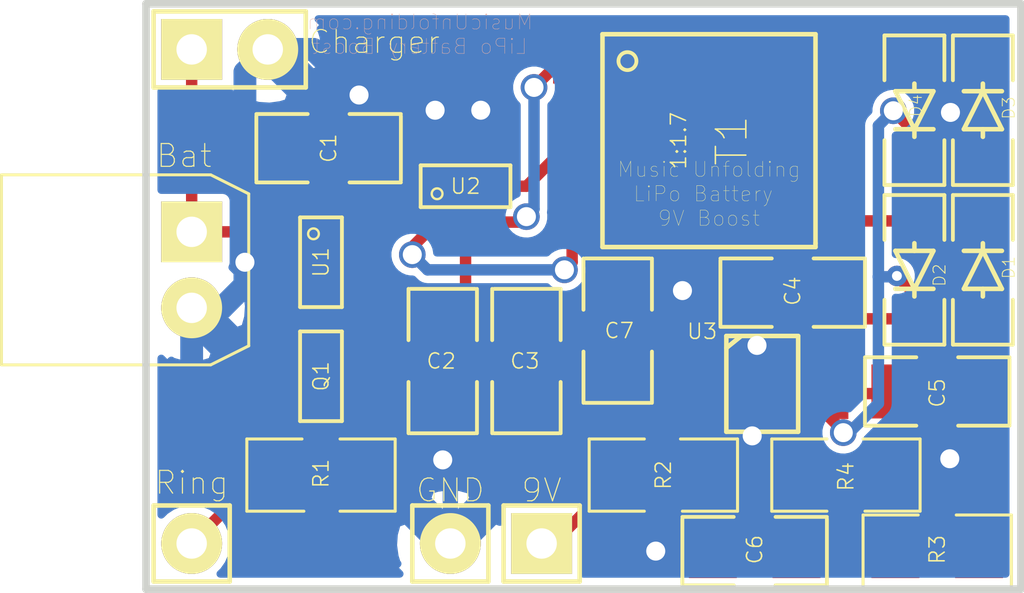
<source format=kicad_pcb>
(kicad_pcb (version 4) (host pcbnew 4.0.4-stable)

  (general
    (links 46)
    (no_connects 0)
    (area 12.401549 17.652999 46.912784 38.03396)
    (thickness 1.6002)
    (drawings 6)
    (tracks 198)
    (zones 0)
    (modules 25)
    (nets 16)
  )

  (page A4)
  (title_block
    (date "29 aug 2014")
  )

  (layers
    (0 Front signal)
    (31 Back signal hide)
    (32 B.Adhes user)
    (33 F.Adhes user)
    (34 B.Paste user)
    (35 F.Paste user)
    (36 B.SilkS user)
    (37 F.SilkS user)
    (38 B.Mask user)
    (39 F.Mask user)
    (40 Dwgs.User user)
    (41 Cmts.User user)
    (42 Eco1.User user)
    (43 Eco2.User user)
    (44 Edge.Cuts user)
  )

  (setup
    (last_trace_width 0.2032)
    (user_trace_width 0.254)
    (user_trace_width 0.381)
    (user_trace_width 0.508)
    (user_trace_width 0.762)
    (trace_clearance 0.24892)
    (zone_clearance 0.254)
    (zone_45_only no)
    (trace_min 0.2032)
    (segment_width 0.254)
    (edge_width 0.254)
    (via_size 0.889)
    (via_drill 0.635)
    (via_min_size 0.6858)
    (via_min_drill 0.3302)
    (user_via 0.6858 0.3302)
    (uvia_size 0.508)
    (uvia_drill 0.127)
    (uvias_allowed no)
    (uvia_min_size 0.508)
    (uvia_min_drill 0.127)
    (pcb_text_width 0.3048)
    (pcb_text_size 1.524 2.032)
    (mod_edge_width 0.127)
    (mod_text_size 1.524 1.524)
    (mod_text_width 0.3048)
    (pad_size 0.39878 1.5494)
    (pad_drill 0)
    (pad_to_mask_clearance 0.00762)
    (aux_axis_origin 0 0)
    (visible_elements FFFFFF7F)
    (pcbplotparams
      (layerselection 0x00030_80000001)
      (usegerberextensions true)
      (excludeedgelayer true)
      (linewidth 0.150000)
      (plotframeref false)
      (viasonmask false)
      (mode 1)
      (useauxorigin false)
      (hpglpennumber 1)
      (hpglpenspeed 20)
      (hpglpendiameter 15)
      (hpglpenoverlay 0)
      (psnegative false)
      (psa4output false)
      (plotreference true)
      (plotvalue true)
      (plotinvisibletext false)
      (padsonsilk false)
      (subtractmaskfromsilk false)
      (outputformat 1)
      (mirror false)
      (drillshape 1)
      (scaleselection 1)
      (outputdirectory Gerbers/))
  )

  (net 0 "")
  (net 1 /Bat+)
  (net 2 GND)
  (net 3 N-000002)
  (net 4 N-000004)
  (net 5 N-000005)
  (net 6 N-000006)
  (net 7 N-000009)
  (net 8 N-000010)
  (net 9 N-000011)
  (net 10 N-000012)
  (net 11 N-000013)
  (net 12 N-000014)
  (net 13 N-000015)
  (net 14 N-000017)
  (net 15 N-000018)

  (net_class Default "This is the default net class."
    (clearance 0.24892)
    (trace_width 0.2032)
    (via_dia 0.889)
    (via_drill 0.635)
    (uvia_dia 0.508)
    (uvia_drill 0.127)
    (add_net /Bat+)
    (add_net GND)
    (add_net N-000002)
    (add_net N-000004)
    (add_net N-000005)
    (add_net N-000006)
    (add_net N-000009)
    (add_net N-000010)
    (add_net N-000011)
    (add_net N-000012)
    (add_net N-000013)
    (add_net N-000014)
    (add_net N-000015)
    (add_net N-000017)
    (add_net N-000018)
  )

  (module SOT-23-5 (layer Front) (tedit 537AC0AD) (tstamp 537B29AD)
    (at 23.368 26.416 270)
    (descr SOT23-5)
    (tags "SOT-23-5,5 lead, SOT-23")
    (path /537AA08D)
    (fp_text reference U1 (at 0 0 270) (layer F.SilkS)
      (effects (font (size 0.508 0.508) (thickness 0.0508)))
    )
    (fp_text value LP5907 (at 0 0.508 270) (layer F.SilkS) hide
      (effects (font (size 0.381 0.381) (thickness 0.0508)))
    )
    (fp_circle (center -0.94996 0.25146) (end -0.8001 0.1524) (layer F.SilkS) (width 0.07874))
    (fp_line (start -1.4986 -0.6985) (end 1.4986 -0.6985) (layer F.SilkS) (width 0.127))
    (fp_line (start 1.4986 -0.6985) (end 1.4986 0.6985) (layer F.SilkS) (width 0.127))
    (fp_line (start 1.4986 0.6985) (end -1.4986 0.6985) (layer F.SilkS) (width 0.127))
    (fp_line (start -1.4986 0.6985) (end -1.4986 -0.6985) (layer F.SilkS) (width 0.127))
    (pad 1 smd rect (at -0.94996 1.19888 270) (size 0.59944 1.24968) (layers Front F.Paste F.Mask)
      (net 1 /Bat+))
    (pad 4 smd rect (at 0.94996 -1.19888 270) (size 0.59944 1.24968) (layers Front F.Paste F.Mask))
    (pad 3 smd rect (at 0.94996 1.19888 270) (size 0.59944 1.24968) (layers Front F.Paste F.Mask)
      (net 8 N-000010))
    (pad 2 smd rect (at 0 1.19888 270) (size 0.59944 1.24968) (layers Front F.Paste F.Mask)
      (net 2 GND))
    (pad 5 smd rect (at -0.94996 -1.19888 270) (size 0.59944 1.24968) (layers Front F.Paste F.Mask)
      (net 13 N-000015))
    (model smd/smd_transistors/sot23.wrl
      (at (xyz 0 0 0))
      (scale (xyz 1 1 1))
      (rotate (xyz 0 0 0))
    )
  )

  (module PMBT2907 (layer Front) (tedit 537AC608) (tstamp 537B29AF)
    (at 23.368 30.226 90)
    (descr SOT23)
    (tags PMBT2907,PMBT2907A)
    (path /537AA1E1)
    (fp_text reference Q1 (at 0 0 90) (layer F.SilkS)
      (effects (font (size 0.508 0.508) (thickness 0.0508)))
    )
    (fp_text value 2N2907 (at 0 0.508 90) (layer F.SilkS) hide
      (effects (font (size 0.381 0.381) (thickness 0.0508)))
    )
    (fp_line (start -1.4986 -0.6985) (end 1.4986 -0.6985) (layer F.SilkS) (width 0.127))
    (fp_line (start 1.4986 -0.6985) (end 1.4986 0.6985) (layer F.SilkS) (width 0.127))
    (fp_line (start 1.4986 0.6985) (end -1.4986 0.6985) (layer F.SilkS) (width 0.127))
    (fp_line (start -1.4986 0.6985) (end -1.4986 -0.6985) (layer F.SilkS) (width 0.127))
    (pad 2 smd rect (at -0.9525 1.05664 90) (size 0.59944 1.00076) (layers Front F.Paste F.Mask)
      (net 9 N-000011))
    (pad 3 smd rect (at 0 -1.05664 90) (size 0.59944 1.00076) (layers Front F.Paste F.Mask)
      (net 8 N-000010))
    (pad 1 smd rect (at 0.9525 1.05664 90) (size 0.59944 1.00076) (layers Front F.Paste F.Mask)
      (net 1 /Bat+))
    (model smd/smd_transistors/sot23.wrl
      (at (xyz 0 0 0))
      (scale (xyz 1 1 1))
      (rotate (xyz 0 0 0))
    )
  )

  (module Conn_JST_2 (layer Front) (tedit 53E52BF6) (tstamp 537B29B1)
    (at 15.24 26.67 270)
    (descr "JST Connectorm 2 Pin")
    (tags JST,Connector,2,pin)
    (path /537A58F4)
    (fp_text reference P3 (at 0 0 270) (layer F.SilkS) hide
      (effects (font (size 1.016 1.016) (thickness 0.1016)))
    )
    (fp_text value Bat (at -3.81 -3.556 360) (layer F.SilkS)
      (effects (font (size 0.762 0.762) (thickness 0.0381)))
    )
    (fp_line (start 3.175 -4.445) (end 3.175 2.54) (layer F.SilkS) (width 0.09906))
    (fp_line (start -3.175 -4.445) (end -3.175 2.54) (layer F.SilkS) (width 0.09906))
    (fp_line (start -3.175 2.54) (end 3.175 2.54) (layer F.SilkS) (width 0.09906))
    (fp_line (start -2.54 -5.715) (end 2.54 -5.715) (layer F.SilkS) (width 0.09906))
    (fp_line (start 3.175 -4.445) (end 2.54 -5.715) (layer F.SilkS) (width 0.09906))
    (fp_line (start -3.175 -4.445) (end -2.54 -5.715) (layer F.SilkS) (width 0.09906))
    (pad 1 thru_hole rect (at -1.27 -3.81 270) (size 2.032 2.032) (drill 1.016) (layers *.Cu *.Mask F.SilkS)
      (net 1 /Bat+))
    (pad 2 thru_hole circle (at 1.27 -3.81 270) (size 2.032 2.032) (drill 1.016) (layers *.Cu *.Mask F.SilkS)
      (net 2 GND))
  )

  (module Conn_1 (layer Front) (tedit 53E52A22) (tstamp 537B29B6)
    (at 30.734 35.814)
    (descr "Connector 1 pin")
    (tags Connector,1,pin)
    (path /537A98E5)
    (fp_text reference P4 (at 0 1.016) (layer F.SilkS) hide
      (effects (font (size 0.762 0.762) (thickness 0.0508)))
    )
    (fp_text value 9V (at 0 -1.778) (layer F.SilkS)
      (effects (font (size 0.762 0.762) (thickness 0.0381)))
    )
    (fp_line (start 1.27 -1.27) (end -1.27 -1.27) (layer F.SilkS) (width 0.1524))
    (fp_line (start -1.27 -1.27) (end -1.27 1.27) (layer F.SilkS) (width 0.1524))
    (fp_line (start -1.27 1.27) (end 1.27 1.27) (layer F.SilkS) (width 0.1524))
    (fp_line (start 1.27 1.27) (end 1.27 -1.27) (layer F.SilkS) (width 0.1524))
    (pad 1 thru_hole rect (at 0 0) (size 2.032 2.032) (drill 1.016) (layers *.Cu *.Mask F.SilkS)
      (net 14 N-000017))
  )

  (module R_1206 (layer Front) (tedit 53919B83) (tstamp 537B29AE)
    (at 23.368 33.528)
    (descr "SMD, Resistor, 1206")
    (path /537AA342)
    (fp_text reference R1 (at 0 -0.0508 90) (layer F.SilkS)
      (effects (font (size 0.508 0.508) (thickness 0.0508)))
    )
    (fp_text value 10k (at 0 1.50114) (layer F.SilkS) hide
      (effects (font (size 0.254 0.254) (thickness 0.0254)))
    )
    (fp_line (start 2.4765 -1.2065) (end 2.4765 1.2065) (layer F.SilkS) (width 0.1016))
    (fp_line (start 2.4765 1.2065) (end 0.635 1.2065) (layer F.SilkS) (width 0.1016))
    (fp_line (start -2.4765 1.2065) (end -0.5715 1.2065) (layer F.SilkS) (width 0.1016))
    (fp_line (start -2.4765 -1.2065) (end -0.635 -1.2065) (layer F.SilkS) (width 0.1016))
    (fp_line (start 2.4765 -1.2065) (end 0.635 -1.2065) (layer F.SilkS) (width 0.1016))
    (fp_line (start -2.4765 -1.2065) (end -2.4765 1.2065) (layer F.SilkS) (width 0.1016))
    (pad 1 smd rect (at 1.397 0) (size 1.6002 1.8034) (layers Front F.Paste F.Mask)
      (net 9 N-000011))
    (pad 2 smd rect (at -1.397 0) (size 1.6002 1.8034) (layers Front F.Paste F.Mask)
      (net 10 N-000012))
    (model smd/capacitors/c_1206.wrl
      (at (xyz 0 0 0))
      (scale (xyz 1 1 1))
      (rotate (xyz 0 0 0))
    )
  )

  (module C_1206 (layer Front) (tedit 53E4FF72) (tstamp 537B29B8)
    (at 23.622 22.606 180)
    (descr "SMD, Capacitor, 1206")
    (path /537AA42A)
    (fp_text reference C1 (at 0 0 270) (layer F.SilkS)
      (effects (font (size 0.508 0.508) (thickness 0.0508)))
    )
    (fp_text value 10µ (at 0 1.50114 180) (layer F.SilkS) hide
      (effects (font (size 0.254 0.254) (thickness 0.0254)))
    )
    (fp_line (start -0.6985 -1.143) (end -2.413 -1.143) (layer F.SilkS) (width 0.127))
    (fp_line (start -2.413 -1.0795) (end -2.413 1.0795) (layer F.SilkS) (width 0.127))
    (fp_line (start -2.413 1.143) (end -0.6985 1.143) (layer F.SilkS) (width 0.127))
    (fp_line (start 0.6985 -1.143) (end 2.413 -1.143) (layer F.SilkS) (width 0.127))
    (fp_line (start 2.413 -1.0795) (end 2.413 1.0795) (layer F.SilkS) (width 0.127))
    (fp_line (start 2.413 1.143) (end 0.6985 1.143) (layer F.SilkS) (width 0.127))
    (pad 1 smd rect (at 1.397 0 180) (size 1.6002 1.8034) (layers Front F.Paste F.Mask)
      (net 1 /Bat+))
    (pad 2 smd rect (at -1.397 0 180) (size 1.6002 1.8034) (layers Front F.Paste F.Mask)
      (net 2 GND))
    (model smd/capacitors/c_1206.wrl
      (at (xyz 0 0 0))
      (scale (xyz 1 1 1))
      (rotate (xyz 0 0 0))
    )
  )

  (module C_1206 (layer Front) (tedit 537AC487) (tstamp 537B29BA)
    (at 27.432 29.718 90)
    (descr "SMD, Capacitor, 1206")
    (path /537AA41A)
    (fp_text reference C2 (at 0 -0.0508 180) (layer F.SilkS)
      (effects (font (size 0.508 0.508) (thickness 0.0508)))
    )
    (fp_text value 10µ (at 0 1.50114 90) (layer F.SilkS) hide
      (effects (font (size 0.254 0.254) (thickness 0.0254)))
    )
    (fp_line (start -0.6985 -1.143) (end -2.413 -1.143) (layer F.SilkS) (width 0.127))
    (fp_line (start -2.413 -1.0795) (end -2.413 1.0795) (layer F.SilkS) (width 0.127))
    (fp_line (start -2.413 1.143) (end -0.6985 1.143) (layer F.SilkS) (width 0.127))
    (fp_line (start 0.6985 -1.143) (end 2.413 -1.143) (layer F.SilkS) (width 0.127))
    (fp_line (start 2.413 -1.0795) (end 2.413 1.0795) (layer F.SilkS) (width 0.127))
    (fp_line (start 2.413 1.143) (end 0.6985 1.143) (layer F.SilkS) (width 0.127))
    (pad 1 smd rect (at 1.397 0 90) (size 1.6002 1.8034) (layers Front F.Paste F.Mask)
      (net 13 N-000015))
    (pad 2 smd rect (at -1.397 0 90) (size 1.6002 1.8034) (layers Front F.Paste F.Mask)
      (net 2 GND))
    (model smd/capacitors/c_1206.wrl
      (at (xyz 0 0 0))
      (scale (xyz 1 1 1))
      (rotate (xyz 0 0 0))
    )
  )

  (module C_1206 (layer Front) (tedit 537AC487) (tstamp 53AACE4B)
    (at 39.116 27.432)
    (descr "SMD, Capacitor, 1206")
    (path /53E2D72C)
    (fp_text reference C4 (at 0 -0.0508 90) (layer F.SilkS)
      (effects (font (size 0.508 0.508) (thickness 0.0508)))
    )
    (fp_text value 10µ (at 0 1.50114) (layer F.SilkS) hide
      (effects (font (size 0.254 0.254) (thickness 0.0254)))
    )
    (fp_line (start -0.6985 -1.143) (end -2.413 -1.143) (layer F.SilkS) (width 0.127))
    (fp_line (start -2.413 -1.0795) (end -2.413 1.0795) (layer F.SilkS) (width 0.127))
    (fp_line (start -2.413 1.143) (end -0.6985 1.143) (layer F.SilkS) (width 0.127))
    (fp_line (start 0.6985 -1.143) (end 2.413 -1.143) (layer F.SilkS) (width 0.127))
    (fp_line (start 2.413 -1.0795) (end 2.413 1.0795) (layer F.SilkS) (width 0.127))
    (fp_line (start 2.413 1.143) (end 0.6985 1.143) (layer F.SilkS) (width 0.127))
    (pad 1 smd rect (at 1.397 0) (size 1.6002 1.8034) (layers Front F.Paste F.Mask)
      (net 4 N-000004))
    (pad 2 smd rect (at -1.397 0) (size 1.6002 1.8034) (layers Front F.Paste F.Mask)
      (net 2 GND))
    (model smd/capacitors/c_1206.wrl
      (at (xyz 0 0 0))
      (scale (xyz 1 1 1))
      (rotate (xyz 0 0 0))
    )
  )

  (module C_1206 (layer Front) (tedit 537AC487) (tstamp 537B29B7)
    (at 30.226 29.718 90)
    (descr "SMD, Capacitor, 1206")
    (path /53E2C697)
    (fp_text reference C3 (at 0 -0.0508 180) (layer F.SilkS)
      (effects (font (size 0.508 0.508) (thickness 0.0508)))
    )
    (fp_text value 100n (at 0 1.50114 90) (layer F.SilkS) hide
      (effects (font (size 0.254 0.254) (thickness 0.0254)))
    )
    (fp_line (start -0.6985 -1.143) (end -2.413 -1.143) (layer F.SilkS) (width 0.127))
    (fp_line (start -2.413 -1.0795) (end -2.413 1.0795) (layer F.SilkS) (width 0.127))
    (fp_line (start -2.413 1.143) (end -0.6985 1.143) (layer F.SilkS) (width 0.127))
    (fp_line (start 0.6985 -1.143) (end 2.413 -1.143) (layer F.SilkS) (width 0.127))
    (fp_line (start 2.413 -1.0795) (end 2.413 1.0795) (layer F.SilkS) (width 0.127))
    (fp_line (start 2.413 1.143) (end 0.6985 1.143) (layer F.SilkS) (width 0.127))
    (pad 1 smd rect (at 1.397 0 90) (size 1.6002 1.8034) (layers Front F.Paste F.Mask)
      (net 13 N-000015))
    (pad 2 smd rect (at -1.397 0 90) (size 1.6002 1.8034) (layers Front F.Paste F.Mask)
      (net 2 GND))
    (model smd/capacitors/c_1206.wrl
      (at (xyz 0 0 0))
      (scale (xyz 1 1 1))
      (rotate (xyz 0 0 0))
    )
  )

  (module SMD_6 (layer Front) (tedit 53E52C5E) (tstamp 53E4DBD1)
    (at 36.322 22.352 270)
    (descr WE_Transformer)
    (tags SMD_6,WE,Transformer,6,pin)
    (path /53E2C67C)
    (fp_text reference T1 (at 0 -0.762 270) (layer F.SilkS)
      (effects (font (size 1.016 1.016) (thickness 0.0508)))
    )
    (fp_text value 1:1.7 (at 0 1.016 270) (layer F.SilkS)
      (effects (font (size 0.508 0.508) (thickness 0.0508)))
    )
    (fp_line (start 3.429 -3.556) (end 3.556 -3.556) (layer F.SilkS) (width 0.1524))
    (fp_line (start 3.556 -3.556) (end 3.556 3.556) (layer F.SilkS) (width 0.1524))
    (fp_line (start 3.556 3.556) (end -3.556 3.556) (layer F.SilkS) (width 0.1524))
    (fp_line (start 3.429 -3.556) (end -3.556 -3.556) (layer F.SilkS) (width 0.1524))
    (fp_line (start -3.556 -3.556) (end -3.556 3.556) (layer F.SilkS) (width 0.1524))
    (fp_circle (center -2.65684 2.72288) (end -2.35712 2.72288) (layer F.SilkS) (width 0.127))
    (pad 1 smd rect (at -2.54 4.56946 270) (size 1.27 1.27) (layers Front F.Paste F.Mask)
      (net 11 N-000013))
    (pad 2 smd rect (at 0 4.56946 270) (size 1.27 1.27) (layers Front F.Paste F.Mask)
      (net 13 N-000015))
    (pad 3 smd rect (at 2.54 4.56946 270) (size 1.27 1.27) (layers Front F.Paste F.Mask)
      (net 12 N-000014))
    (pad 4 smd rect (at 2.54 -4.56946 270) (size 1.27 1.27) (layers Front F.Paste F.Mask)
      (net 6 N-000006))
    (pad 5 smd rect (at 0 -4.56946 270) (size 1.27 1.27) (layers Front F.Paste F.Mask))
    (pad 6 smd rect (at -2.54 -4.56946 270) (size 1.27 1.27) (layers Front F.Paste F.Mask)
      (net 5 N-000005))
    (model smd/smd_dil/so-14.wrl
      (at (xyz 0 0 0))
      (scale (xyz 1 1 1))
      (rotate (xyz 0 0 0))
    )
  )

  (module R_1206 (layer Front) (tedit 53E511F6) (tstamp 53E4DBD2)
    (at 34.798 33.528 180)
    (descr "SMD, Resistor, 1206")
    (path /53E2D805)
    (fp_text reference R2 (at 0 0 270) (layer F.SilkS)
      (effects (font (size 0.508 0.508) (thickness 0.0508)))
    )
    (fp_text value 100k (at 0 1.50114 180) (layer F.SilkS) hide
      (effects (font (size 0.254 0.254) (thickness 0.0254)))
    )
    (fp_line (start 2.4765 -1.2065) (end 2.4765 1.2065) (layer F.SilkS) (width 0.1016))
    (fp_line (start 2.4765 1.2065) (end 0.635 1.2065) (layer F.SilkS) (width 0.1016))
    (fp_line (start -2.4765 1.2065) (end -0.5715 1.2065) (layer F.SilkS) (width 0.1016))
    (fp_line (start -2.4765 -1.2065) (end -0.635 -1.2065) (layer F.SilkS) (width 0.1016))
    (fp_line (start 2.4765 -1.2065) (end 0.635 -1.2065) (layer F.SilkS) (width 0.1016))
    (fp_line (start -2.4765 -1.2065) (end -2.4765 1.2065) (layer F.SilkS) (width 0.1016))
    (pad 1 smd rect (at 1.397 0 180) (size 1.6002 1.8034) (layers Front F.Paste F.Mask)
      (net 14 N-000017))
    (pad 2 smd rect (at -1.397 0 180) (size 1.6002 1.8034) (layers Front F.Paste F.Mask)
      (net 15 N-000018))
    (model smd/capacitors/c_1206.wrl
      (at (xyz 0 0 0))
      (scale (xyz 1 1 1))
      (rotate (xyz 0 0 0))
    )
  )

  (module R_1206 (layer Front) (tedit 53919B83) (tstamp 53E4DBD4)
    (at 43.942 36.068)
    (descr "SMD, Resistor, 1206")
    (path /53E2D827)
    (fp_text reference R3 (at 0 -0.0508 90) (layer F.SilkS)
      (effects (font (size 0.508 0.508) (thickness 0.0508)))
    )
    (fp_text value 4.7k (at 0 1.50114) (layer F.SilkS) hide
      (effects (font (size 0.254 0.254) (thickness 0.0254)))
    )
    (fp_line (start 2.4765 -1.2065) (end 2.4765 1.2065) (layer F.SilkS) (width 0.1016))
    (fp_line (start 2.4765 1.2065) (end 0.635 1.2065) (layer F.SilkS) (width 0.1016))
    (fp_line (start -2.4765 1.2065) (end -0.5715 1.2065) (layer F.SilkS) (width 0.1016))
    (fp_line (start -2.4765 -1.2065) (end -0.635 -1.2065) (layer F.SilkS) (width 0.1016))
    (fp_line (start 2.4765 -1.2065) (end 0.635 -1.2065) (layer F.SilkS) (width 0.1016))
    (fp_line (start -2.4765 -1.2065) (end -2.4765 1.2065) (layer F.SilkS) (width 0.1016))
    (pad 1 smd rect (at 1.397 0) (size 1.6002 1.8034) (layers Front F.Paste F.Mask)
      (net 2 GND))
    (pad 2 smd rect (at -1.397 0) (size 1.6002 1.8034) (layers Front F.Paste F.Mask)
      (net 7 N-000009))
    (model smd/capacitors/c_1206.wrl
      (at (xyz 0 0 0))
      (scale (xyz 1 1 1))
      (rotate (xyz 0 0 0))
    )
  )

  (module R_1206 (layer Front) (tedit 53919B83) (tstamp 53E4DBD6)
    (at 40.894 33.528 180)
    (descr "SMD, Resistor, 1206")
    (path /53E2D821)
    (fp_text reference R4 (at 0 -0.0508 270) (layer F.SilkS)
      (effects (font (size 0.508 0.508) (thickness 0.0508)))
    )
    (fp_text value 10k (at 0 1.50114 180) (layer F.SilkS) hide
      (effects (font (size 0.254 0.254) (thickness 0.0254)))
    )
    (fp_line (start 2.4765 -1.2065) (end 2.4765 1.2065) (layer F.SilkS) (width 0.1016))
    (fp_line (start 2.4765 1.2065) (end 0.635 1.2065) (layer F.SilkS) (width 0.1016))
    (fp_line (start -2.4765 1.2065) (end -0.5715 1.2065) (layer F.SilkS) (width 0.1016))
    (fp_line (start -2.4765 -1.2065) (end -0.635 -1.2065) (layer F.SilkS) (width 0.1016))
    (fp_line (start 2.4765 -1.2065) (end 0.635 -1.2065) (layer F.SilkS) (width 0.1016))
    (fp_line (start -2.4765 -1.2065) (end -2.4765 1.2065) (layer F.SilkS) (width 0.1016))
    (pad 1 smd rect (at 1.397 0 180) (size 1.6002 1.8034) (layers Front F.Paste F.Mask)
      (net 15 N-000018))
    (pad 2 smd rect (at -1.397 0 180) (size 1.6002 1.8034) (layers Front F.Paste F.Mask)
      (net 7 N-000009))
    (model smd/capacitors/c_1206.wrl
      (at (xyz 0 0 0))
      (scale (xyz 1 1 1))
      (rotate (xyz 0 0 0))
    )
  )

  (module C_1206 (layer Front) (tedit 537AC487) (tstamp 53E4DBDF)
    (at 43.942 30.734 180)
    (descr "SMD, Capacitor, 1206")
    (path /53E2D79E)
    (fp_text reference C5 (at 0 -0.0508 270) (layer F.SilkS)
      (effects (font (size 0.508 0.508) (thickness 0.0508)))
    )
    (fp_text value 10n (at 0 1.50114 180) (layer F.SilkS) hide
      (effects (font (size 0.254 0.254) (thickness 0.0254)))
    )
    (fp_line (start -0.6985 -1.143) (end -2.413 -1.143) (layer F.SilkS) (width 0.127))
    (fp_line (start -2.413 -1.0795) (end -2.413 1.0795) (layer F.SilkS) (width 0.127))
    (fp_line (start -2.413 1.143) (end -0.6985 1.143) (layer F.SilkS) (width 0.127))
    (fp_line (start 0.6985 -1.143) (end 2.413 -1.143) (layer F.SilkS) (width 0.127))
    (fp_line (start 2.413 -1.0795) (end 2.413 1.0795) (layer F.SilkS) (width 0.127))
    (fp_line (start 2.413 1.143) (end 0.6985 1.143) (layer F.SilkS) (width 0.127))
    (pad 1 smd rect (at 1.397 0 180) (size 1.6002 1.8034) (layers Front F.Paste F.Mask)
      (net 3 N-000002))
    (pad 2 smd rect (at -1.397 0 180) (size 1.6002 1.8034) (layers Front F.Paste F.Mask)
      (net 2 GND))
    (model smd/capacitors/c_1206.wrl
      (at (xyz 0 0 0))
      (scale (xyz 1 1 1))
      (rotate (xyz 0 0 0))
    )
  )

  (module C_1206 (layer Front) (tedit 537AC487) (tstamp 53E4DBE1)
    (at 37.846 36.068)
    (descr "SMD, Capacitor, 1206")
    (path /53E2D86F)
    (fp_text reference C6 (at 0 -0.0508 90) (layer F.SilkS)
      (effects (font (size 0.508 0.508) (thickness 0.0508)))
    )
    (fp_text value 10n (at 0 1.50114) (layer F.SilkS) hide
      (effects (font (size 0.254 0.254) (thickness 0.0254)))
    )
    (fp_line (start -0.6985 -1.143) (end -2.413 -1.143) (layer F.SilkS) (width 0.127))
    (fp_line (start -2.413 -1.0795) (end -2.413 1.0795) (layer F.SilkS) (width 0.127))
    (fp_line (start -2.413 1.143) (end -0.6985 1.143) (layer F.SilkS) (width 0.127))
    (fp_line (start 0.6985 -1.143) (end 2.413 -1.143) (layer F.SilkS) (width 0.127))
    (fp_line (start 2.413 -1.0795) (end 2.413 1.0795) (layer F.SilkS) (width 0.127))
    (fp_line (start 2.413 1.143) (end 0.6985 1.143) (layer F.SilkS) (width 0.127))
    (pad 1 smd rect (at 1.397 0) (size 1.6002 1.8034) (layers Front F.Paste F.Mask)
      (net 15 N-000018))
    (pad 2 smd rect (at -1.397 0) (size 1.6002 1.8034) (layers Front F.Paste F.Mask)
      (net 2 GND))
    (model smd/capacitors/c_1206.wrl
      (at (xyz 0 0 0))
      (scale (xyz 1 1 1))
      (rotate (xyz 0 0 0))
    )
  )

  (module C_1206 (layer Front) (tedit 537AC487) (tstamp 53E4DBE3)
    (at 33.274 28.702 270)
    (descr "SMD, Capacitor, 1206")
    (path /53E2D909)
    (fp_text reference C7 (at 0 -0.0508 360) (layer F.SilkS)
      (effects (font (size 0.508 0.508) (thickness 0.0508)))
    )
    (fp_text value 22µ (at 0 1.50114 270) (layer F.SilkS) hide
      (effects (font (size 0.254 0.254) (thickness 0.0254)))
    )
    (fp_line (start -0.6985 -1.143) (end -2.413 -1.143) (layer F.SilkS) (width 0.127))
    (fp_line (start -2.413 -1.0795) (end -2.413 1.0795) (layer F.SilkS) (width 0.127))
    (fp_line (start -2.413 1.143) (end -0.6985 1.143) (layer F.SilkS) (width 0.127))
    (fp_line (start 0.6985 -1.143) (end 2.413 -1.143) (layer F.SilkS) (width 0.127))
    (fp_line (start 2.413 -1.0795) (end 2.413 1.0795) (layer F.SilkS) (width 0.127))
    (fp_line (start 2.413 1.143) (end 0.6985 1.143) (layer F.SilkS) (width 0.127))
    (pad 1 smd rect (at 1.397 0 270) (size 1.6002 1.8034) (layers Front F.Paste F.Mask)
      (net 14 N-000017))
    (pad 2 smd rect (at -1.397 0 270) (size 1.6002 1.8034) (layers Front F.Paste F.Mask)
      (net 2 GND))
    (model smd/capacitors/c_1206.wrl
      (at (xyz 0 0 0))
      (scale (xyz 1 1 1))
      (rotate (xyz 0 0 0))
    )
  )

  (module Conn_1_Round (layer Front) (tedit 53E52A3D) (tstamp 537B29B2)
    (at 19.05 35.814 180)
    (descr "Connector 1 pin round")
    (tags Connector,1,pin,Round)
    (path /537A9880)
    (fp_text reference P1 (at 0 1.016 180) (layer F.SilkS) hide
      (effects (font (size 0.762 0.762) (thickness 0.0508)))
    )
    (fp_text value Ring (at 0 2.032 180) (layer F.SilkS)
      (effects (font (size 0.762 0.762) (thickness 0.0381)))
    )
    (fp_line (start 1.27 -1.27) (end -1.27 -1.27) (layer F.SilkS) (width 0.1524))
    (fp_line (start -1.27 -1.27) (end -1.27 1.27) (layer F.SilkS) (width 0.1524))
    (fp_line (start -1.27 1.27) (end 1.27 1.27) (layer F.SilkS) (width 0.1524))
    (fp_line (start 1.27 1.27) (end 1.27 -1.27) (layer F.SilkS) (width 0.1524))
    (pad 1 thru_hole circle (at 0 0 180) (size 2.032 2.032) (drill 1.016) (layers *.Cu *.Mask F.SilkS)
      (net 10 N-000012))
  )

  (module Conn_2 (layer Front) (tedit 53E52A54) (tstamp 537B29B3)
    (at 20.32 19.304)
    (descr "Connector 2 pins")
    (tags Connector,2,pin)
    (path /537A99AD)
    (fp_text reference P2 (at 0 1.27) (layer F.SilkS) hide
      (effects (font (size 1.016 1.016) (thickness 0.1016)))
    )
    (fp_text value Charger (at 4.826 -0.254) (layer F.SilkS)
      (effects (font (size 0.762 0.762) (thickness 0.0381)))
    )
    (fp_line (start -2.54 1.27) (end -2.54 -1.27) (layer F.SilkS) (width 0.1524))
    (fp_line (start -2.54 -1.27) (end 2.54 -1.27) (layer F.SilkS) (width 0.1524))
    (fp_line (start 2.54 -1.27) (end 2.54 1.27) (layer F.SilkS) (width 0.1524))
    (fp_line (start 2.54 1.27) (end -2.54 1.27) (layer F.SilkS) (width 0.1524))
    (pad 1 thru_hole rect (at -1.27 0) (size 2.032 2.032) (drill 1.016) (layers *.Cu *.Mask F.SilkS)
      (net 1 /Bat+))
    (pad 2 thru_hole circle (at 1.27 0) (size 2.032 2.032) (drill 1.016) (layers *.Cu *.Mask F.SilkS)
      (net 2 GND))
  )

  (module SOT-23-5 (layer Front) (tedit 537AC0AD) (tstamp 537B29B0)
    (at 28.194 23.876)
    (descr SOT23-5)
    (tags "SOT-23-5,5 lead, SOT-23")
    (path /53E2C656)
    (fp_text reference U2 (at 0 0) (layer F.SilkS)
      (effects (font (size 0.508 0.508) (thickness 0.0508)))
    )
    (fp_text value SN6501 (at 0 0.508) (layer F.SilkS) hide
      (effects (font (size 0.381 0.381) (thickness 0.0508)))
    )
    (fp_circle (center -0.94996 0.25146) (end -0.8001 0.1524) (layer F.SilkS) (width 0.07874))
    (fp_line (start -1.4986 -0.6985) (end 1.4986 -0.6985) (layer F.SilkS) (width 0.127))
    (fp_line (start 1.4986 -0.6985) (end 1.4986 0.6985) (layer F.SilkS) (width 0.127))
    (fp_line (start 1.4986 0.6985) (end -1.4986 0.6985) (layer F.SilkS) (width 0.127))
    (fp_line (start -1.4986 0.6985) (end -1.4986 -0.6985) (layer F.SilkS) (width 0.127))
    (pad 1 smd rect (at -0.94996 1.19888) (size 0.59944 1.24968) (layers Front F.Paste F.Mask)
      (net 12 N-000014))
    (pad 4 smd rect (at 0.94996 -1.19888) (size 0.59944 1.24968) (layers Front F.Paste F.Mask)
      (net 2 GND))
    (pad 3 smd rect (at 0.94996 1.19888) (size 0.59944 1.24968) (layers Front F.Paste F.Mask)
      (net 11 N-000013))
    (pad 2 smd rect (at 0 1.19888) (size 0.59944 1.24968) (layers Front F.Paste F.Mask)
      (net 13 N-000015))
    (pad 5 smd rect (at -0.94996 -1.19888) (size 0.59944 1.24968) (layers Front F.Paste F.Mask)
      (net 2 GND))
    (model smd/smd_transistors/sot23.wrl
      (at (xyz 0 0 0))
      (scale (xyz 1 1 1))
      (rotate (xyz 0 0 0))
    )
  )

  (module SOD_123 (layer Front) (tedit 53E5361F) (tstamp 53E4DBDE)
    (at 43.18 21.336 90)
    (descr SOD_123)
    (tags "SMT, SMD, SOD23, Diode")
    (path /53E2CB63)
    (fp_text reference D4 (at 0.1524 0.0508 90) (layer F.SilkS)
      (effects (font (size 0.39878 0.39878) (thickness 0.03048)))
    )
    (fp_text value MBR0520L (at 0 1.143 90) (layer F.SilkS) hide
      (effects (font (size 0.381 0.381) (thickness 0.0508)))
    )
    (fp_line (start -2.49936 -1.00076) (end -2.49936 1.00076) (layer F.SilkS) (width 0.127))
    (fp_line (start 2.49936 -1.00076) (end 2.49936 1.00076) (layer F.SilkS) (width 0.127))
    (fp_line (start 1.00076 -1.00076) (end 2.49936 -1.00076) (layer F.SilkS) (width 0.127))
    (fp_line (start 2.49936 1.00076) (end 1.00076 1.00076) (layer F.SilkS) (width 0.127))
    (fp_line (start -1.00076 -1.00076) (end -2.49936 -1.00076) (layer F.SilkS) (width 0.127))
    (fp_line (start -2.49936 1.00076) (end -1.00076 1.00076) (layer F.SilkS) (width 0.127))
    (fp_line (start -0.635 0) (end -0.889 0) (layer F.SilkS) (width 0.1524))
    (fp_line (start 0.635 0) (end 0.889 0) (layer F.SilkS) (width 0.1524))
    (fp_line (start -0.635 0) (end 0.635 -0.635) (layer F.SilkS) (width 0.1524))
    (fp_line (start 0.635 -0.635) (end 0.635 0.635) (layer F.SilkS) (width 0.1524))
    (fp_line (start 0.635 0.635) (end -0.635 0) (layer F.SilkS) (width 0.1524))
    (fp_line (start -0.635 -0.635) (end -0.635 0.635) (layer F.SilkS) (width 0.1524))
    (pad 1 smd rect (at 1.63576 0 90) (size 1.24968 1.24968) (layers Front F.Paste F.Mask)
      (net 5 N-000005))
    (pad 2 smd rect (at -1.63576 0 90) (size 1.24968 1.24968) (layers Front F.Paste F.Mask)
      (net 4 N-000004))
    (model smd/resistors/r_2512.wrl
      (at (xyz 0 0 0))
      (scale (xyz 1 1 1))
      (rotate (xyz 0 0 0))
    )
  )

  (module SOD_123 (layer Front) (tedit 53E535F4) (tstamp 53E4DBDC)
    (at 45.466 21.336 270)
    (descr SOD_123)
    (tags "SMT, SMD, SOD23, Diode")
    (path /53E2CB5C)
    (fp_text reference D3 (at -0.0762 -0.8636 270) (layer F.SilkS)
      (effects (font (size 0.39878 0.39878) (thickness 0.03048)))
    )
    (fp_text value MBR0520L (at 0 1.143 270) (layer F.SilkS) hide
      (effects (font (size 0.381 0.381) (thickness 0.0508)))
    )
    (fp_line (start -2.49936 -1.00076) (end -2.49936 1.00076) (layer F.SilkS) (width 0.127))
    (fp_line (start 2.49936 -1.00076) (end 2.49936 1.00076) (layer F.SilkS) (width 0.127))
    (fp_line (start 1.00076 -1.00076) (end 2.49936 -1.00076) (layer F.SilkS) (width 0.127))
    (fp_line (start 2.49936 1.00076) (end 1.00076 1.00076) (layer F.SilkS) (width 0.127))
    (fp_line (start -1.00076 -1.00076) (end -2.49936 -1.00076) (layer F.SilkS) (width 0.127))
    (fp_line (start -2.49936 1.00076) (end -1.00076 1.00076) (layer F.SilkS) (width 0.127))
    (fp_line (start -0.635 0) (end -0.889 0) (layer F.SilkS) (width 0.1524))
    (fp_line (start 0.635 0) (end 0.889 0) (layer F.SilkS) (width 0.1524))
    (fp_line (start -0.635 0) (end 0.635 -0.635) (layer F.SilkS) (width 0.1524))
    (fp_line (start 0.635 -0.635) (end 0.635 0.635) (layer F.SilkS) (width 0.1524))
    (fp_line (start 0.635 0.635) (end -0.635 0) (layer F.SilkS) (width 0.1524))
    (fp_line (start -0.635 -0.635) (end -0.635 0.635) (layer F.SilkS) (width 0.1524))
    (pad 1 smd rect (at 1.63576 0 270) (size 1.24968 1.24968) (layers Front F.Paste F.Mask)
      (net 2 GND))
    (pad 2 smd rect (at -1.63576 0 270) (size 1.24968 1.24968) (layers Front F.Paste F.Mask)
      (net 5 N-000005))
    (model smd/resistors/r_2512.wrl
      (at (xyz 0 0 0))
      (scale (xyz 1 1 1))
      (rotate (xyz 0 0 0))
    )
  )

  (module SOD_123 (layer Front) (tedit 53E5360C) (tstamp 53E4DBDA)
    (at 43.18 26.67 90)
    (descr SOD_123)
    (tags "SMT, SMD, SOD23, Diode")
    (path /53E2CB26)
    (fp_text reference D2 (at -0.1778 0.8382 90) (layer F.SilkS)
      (effects (font (size 0.39878 0.39878) (thickness 0.03048)))
    )
    (fp_text value MBR0520L (at 0 1.143 90) (layer F.SilkS) hide
      (effects (font (size 0.381 0.381) (thickness 0.0508)))
    )
    (fp_line (start -2.49936 -1.00076) (end -2.49936 1.00076) (layer F.SilkS) (width 0.127))
    (fp_line (start 2.49936 -1.00076) (end 2.49936 1.00076) (layer F.SilkS) (width 0.127))
    (fp_line (start 1.00076 -1.00076) (end 2.49936 -1.00076) (layer F.SilkS) (width 0.127))
    (fp_line (start 2.49936 1.00076) (end 1.00076 1.00076) (layer F.SilkS) (width 0.127))
    (fp_line (start -1.00076 -1.00076) (end -2.49936 -1.00076) (layer F.SilkS) (width 0.127))
    (fp_line (start -2.49936 1.00076) (end -1.00076 1.00076) (layer F.SilkS) (width 0.127))
    (fp_line (start -0.635 0) (end -0.889 0) (layer F.SilkS) (width 0.1524))
    (fp_line (start 0.635 0) (end 0.889 0) (layer F.SilkS) (width 0.1524))
    (fp_line (start -0.635 0) (end 0.635 -0.635) (layer F.SilkS) (width 0.1524))
    (fp_line (start 0.635 -0.635) (end 0.635 0.635) (layer F.SilkS) (width 0.1524))
    (fp_line (start 0.635 0.635) (end -0.635 0) (layer F.SilkS) (width 0.1524))
    (fp_line (start -0.635 -0.635) (end -0.635 0.635) (layer F.SilkS) (width 0.1524))
    (pad 1 smd rect (at 1.63576 0 90) (size 1.24968 1.24968) (layers Front F.Paste F.Mask)
      (net 6 N-000006))
    (pad 2 smd rect (at -1.63576 0 90) (size 1.24968 1.24968) (layers Front F.Paste F.Mask)
      (net 4 N-000004))
    (model smd/resistors/r_2512.wrl
      (at (xyz 0 0 0))
      (scale (xyz 1 1 1))
      (rotate (xyz 0 0 0))
    )
  )

  (module SOD_123 (layer Front) (tedit 53E53602) (tstamp 53E4DBD8)
    (at 45.466 26.67 270)
    (descr SOD_123)
    (tags "SMT, SMD, SOD23, Diode")
    (path /53E2CB3A)
    (fp_text reference D1 (at -0.0762 -0.8636 270) (layer F.SilkS)
      (effects (font (size 0.39878 0.39878) (thickness 0.03048)))
    )
    (fp_text value MBR0520L (at 0 1.143 270) (layer F.SilkS) hide
      (effects (font (size 0.381 0.381) (thickness 0.0508)))
    )
    (fp_line (start -2.49936 -1.00076) (end -2.49936 1.00076) (layer F.SilkS) (width 0.127))
    (fp_line (start 2.49936 -1.00076) (end 2.49936 1.00076) (layer F.SilkS) (width 0.127))
    (fp_line (start 1.00076 -1.00076) (end 2.49936 -1.00076) (layer F.SilkS) (width 0.127))
    (fp_line (start 2.49936 1.00076) (end 1.00076 1.00076) (layer F.SilkS) (width 0.127))
    (fp_line (start -1.00076 -1.00076) (end -2.49936 -1.00076) (layer F.SilkS) (width 0.127))
    (fp_line (start -2.49936 1.00076) (end -1.00076 1.00076) (layer F.SilkS) (width 0.127))
    (fp_line (start -0.635 0) (end -0.889 0) (layer F.SilkS) (width 0.1524))
    (fp_line (start 0.635 0) (end 0.889 0) (layer F.SilkS) (width 0.1524))
    (fp_line (start -0.635 0) (end 0.635 -0.635) (layer F.SilkS) (width 0.1524))
    (fp_line (start 0.635 -0.635) (end 0.635 0.635) (layer F.SilkS) (width 0.1524))
    (fp_line (start 0.635 0.635) (end -0.635 0) (layer F.SilkS) (width 0.1524))
    (fp_line (start -0.635 -0.635) (end -0.635 0.635) (layer F.SilkS) (width 0.1524))
    (pad 1 smd rect (at 1.63576 0 270) (size 1.24968 1.24968) (layers Front F.Paste F.Mask)
      (net 2 GND))
    (pad 2 smd rect (at -1.63576 0 270) (size 1.24968 1.24968) (layers Front F.Paste F.Mask)
      (net 6 N-000006))
    (model smd/resistors/r_2512.wrl
      (at (xyz 0 0 0))
      (scale (xyz 1 1 1))
      (rotate (xyz 0 0 0))
    )
  )

  (module MSOP-8 (layer Front) (tedit 53E53B7D) (tstamp 53E4DBD7)
    (at 38.1 30.48 270)
    (descr MSOP-8)
    (tags MSOP,8,PowerPad)
    (path /53E2D6ED)
    (fp_text reference U3 (at -1.7526 2.0066 360) (layer F.SilkS)
      (effects (font (size 0.508 0.508) (thickness 0.0508)))
    )
    (fp_text value TPS7A4901 (at 1.397 0 360) (layer F.SilkS) hide
      (effects (font (size 0.24892 0.24892) (thickness 0.03048)))
    )
    (fp_line (start 1.6002 -1.19888) (end -1.6002 -1.19888) (layer F.SilkS) (width 0.1524))
    (fp_line (start -1.6002 1.19888) (end 1.6002 1.19888) (layer F.SilkS) (width 0.1524))
    (fp_line (start -1.6002 0.70104) (end -1.19888 1.19888) (layer F.SilkS) (width 0.1524))
    (fp_line (start 1.6002 1.19888) (end 1.6002 -1.19888) (layer F.SilkS) (width 0.1524))
    (fp_line (start -1.6002 -1.19888) (end -1.6002 1.19888) (layer F.SilkS) (width 0.1524))
    (pad 1 smd rect (at -0.97536 2.10058 270) (size 0.39878 1.5494) (layers Front F.Paste F.Mask)
      (net 14 N-000017))
    (pad 2 smd rect (at -0.32512 2.10058 270) (size 0.39878 1.5494) (layers Front F.Paste F.Mask)
      (net 15 N-000018))
    (pad 3 smd rect (at 0.32512 2.10058 270) (size 0.39878 1.5494) (layers Front F.Paste F.Mask))
    (pad 4 smd rect (at 0.97536 2.10058 270) (size 0.39878 1.5494) (layers Front F.Paste F.Mask)
      (net 2 GND))
    (pad 5 smd rect (at 0.97536 -2.10058 270) (size 0.39878 1.5494) (layers Front F.Paste F.Mask)
      (net 4 N-000004))
    (pad 6 smd rect (at 0.32512 -2.10058 270) (size 0.39878 1.5494) (layers Front F.Paste F.Mask)
      (net 3 N-000002))
    (pad 7 smd rect (at -0.32512 -2.10058 270) (size 0.39878 1.5494) (layers Front F.Paste F.Mask))
    (pad 8 smd rect (at -0.97536 -2.10058 270) (size 0.39878 1.5494) (layers Front F.Paste F.Mask)
      (net 4 N-000004))
    (pad 9 smd rect (at 0 0 270) (size 1.88976 1.56972) (layers Front F.Paste F.Mask)
      (net 2 GND))
    (model smd/smd_dil/msoic-8.wrl
      (at (xyz 0 0 0))
      (scale (xyz 1 1 1))
      (rotate (xyz 0 0 0))
    )
  )

  (module Conn_1_Round (layer Front) (tedit 51D18C65) (tstamp 54005387)
    (at 27.686 35.814)
    (descr "Connector 1 pin round")
    (tags Connector,1,pin,Round)
    (path /54005264)
    (fp_text reference P5 (at 0 1.016) (layer F.SilkS) hide
      (effects (font (size 0.762 0.762) (thickness 0.0508)))
    )
    (fp_text value GND (at 0 -1.778) (layer F.SilkS)
      (effects (font (size 0.762 0.762) (thickness 0.0381)))
    )
    (fp_line (start 1.27 -1.27) (end -1.27 -1.27) (layer F.SilkS) (width 0.1524))
    (fp_line (start -1.27 -1.27) (end -1.27 1.27) (layer F.SilkS) (width 0.1524))
    (fp_line (start -1.27 1.27) (end 1.27 1.27) (layer F.SilkS) (width 0.1524))
    (fp_line (start 1.27 1.27) (end 1.27 -1.27) (layer F.SilkS) (width 0.1524))
    (pad 1 thru_hole circle (at 0 0) (size 2.032 2.032) (drill 1.016) (layers *.Cu *.Mask F.SilkS)
      (net 2 GND))
  )

  (gr_text "Music Unfolding\nLiPo Battery \n9V Boost" (at 36.322 24.13) (layer F.SilkS)
    (effects (font (size 0.508 0.508) (thickness 0.0127)))
  )
  (gr_line (start 17.526 37.338) (end 17.526 17.78) (angle 90) (layer Edge.Cuts) (width 0.254))
  (gr_line (start 46.736 37.338) (end 17.526 37.338) (angle 90) (layer Edge.Cuts) (width 0.254))
  (gr_line (start 46.736 17.78) (end 46.736 37.338) (angle 90) (layer Edge.Cuts) (width 0.254))
  (gr_line (start 17.526 17.78) (end 46.736 17.78) (angle 90) (layer Edge.Cuts) (width 0.254))
  (gr_text "MusicUnfolding.com\nLiPo Battery Boost" (at 26.67 18.796) (layer B.SilkS)
    (effects (font (size 0.508 0.508) (thickness 0.0127)) (justify mirror))
  )

  (segment (start 19.05 25.4) (end 19.05 22.606) (width 0.381) (layer Front) (net 1))
  (segment (start 22.10308 25.4) (end 22.16912 25.46604) (width 0.381) (layer Front) (net 1))
  (segment (start 19.05 25.4) (end 22.10308 25.4) (width 0.381) (layer Front) (net 1))
  (segment (start 22.225 22.606) (end 19.05 22.606) (width 0.381) (layer Front) (net 1))
  (segment (start 22.92604 25.46604) (end 23.368 25.908) (width 0.381) (layer Front) (net 1))
  (segment (start 23.368 25.908) (end 23.368 28.21686) (width 0.381) (layer Front) (net 1))
  (segment (start 23.368 28.21686) (end 24.42464 29.2735) (width 0.381) (layer Front) (net 1))
  (segment (start 22.16912 25.46604) (end 22.92604 25.46604) (width 0.381) (layer Front) (net 1))
  (segment (start 19.05 22.606) (end 19.05 19.304) (width 0.381) (layer Front) (net 1))
  (segment (start 44.3611 32.9819) (end 45.12564 32.9819) (width 0.381) (layer Front) (net 2))
  (segment (start 45.466 28.30576) (end 45.466 30.607) (width 0.381) (layer Front) (net 2))
  (segment (start 45.339 32.004) (end 44.3611 32.9819) (width 0.381) (layer Front) (net 2))
  (segment (start 45.466 22.97176) (end 45.466 22.4917) (width 0.381) (layer Front) (net 2))
  (segment (start 34.5821 33.02) (end 27.432 33.02) (width 0.381) (layer Back) (net 2))
  (via (at 20.828 26.416) (size 0.889) (layers Front Back) (net 2))
  (segment (start 45.466 22.4917) (end 44.38396 21.40966) (width 0.381) (layer Front) (net 2))
  (via (at 27.178 21.336) (size 0.889) (layers Front Back) (net 2))
  (segment (start 44.34332 21.4503) (end 44.34332 33.02) (width 0.381) (layer Back) (net 2))
  (segment (start 35.42792 27.37104) (end 35.42792 27.37358) (width 0.381) (layer Front) (net 2))
  (segment (start 45.339 36.068) (end 45.339 33.47974) (width 0.381) (layer Front) (net 2))
  (segment (start 45.466 30.607) (end 45.339 30.734) (width 0.381) (layer Front) (net 2))
  (segment (start 38.1 30.48) (end 38.1 31.88208) (width 0.381) (layer Front) (net 2))
  (via (at 37.76472 32.21736) (size 0.889) (layers Front Back) (net 2))
  (segment (start 45.339 30.734) (end 45.339 33.19526) (width 0.381) (layer Front) (net 2))
  (via (at 27.432 33.02) (size 0.889) (layers Front Back) (net 2))
  (segment (start 38.1 30.48) (end 38.1 29.37002) (width 0.381) (layer Front) (net 2))
  (segment (start 44.3611 32.9819) (end 44.34332 32.9819) (width 0.381) (layer Back) (net 2))
  (via (at 37.92474 29.19476) (size 0.889) (layers Front Back) (net 2))
  (segment (start 45.12564 32.9819) (end 45.339 33.19526) (width 0.381) (layer Front) (net 2))
  (segment (start 27.178 22.61108) (end 27.178 21.336) (width 0.381) (layer Front) (net 2))
  (segment (start 44.38396 21.40966) (end 44.34332 21.4503) (width 0.381) (layer Back) (net 2))
  (segment (start 38.1 31.88208) (end 37.76472 32.21736) (width 0.381) (layer Front) (net 2))
  (segment (start 37.92474 29.19476) (end 36.0934 27.36342) (width 0.381) (layer Back) (net 2))
  (segment (start 35.43554 27.36342) (end 35.42792 27.37104) (width 0.381) (layer Front) (net 2))
  (segment (start 27.686 35.814) (end 27.686 33.274) (width 0.508) (layer Back) (net 2))
  (segment (start 27.686 33.274) (end 27.432 33.02) (width 0.508) (layer Back) (net 2))
  (segment (start 20.828 26.416) (end 20.828 20.066) (width 0.762) (layer Back) (net 2))
  (segment (start 38.1 31.88208) (end 37.76472 32.21736) (width 0.381) (layer Front) (net 2))
  (via (at 24.638 20.828) (size 0.889) (layers Front Back) (net 2))
  (segment (start 37.76472 32.21736) (end 37.68598 32.2961) (width 0.381) (layer Back) (net 2))
  (segment (start 19.05 27.94) (end 19.05 30.226) (width 0.762) (layer Back) (net 2))
  (segment (start 20.828 27.178) (end 20.828 26.416) (width 0.762) (layer Back) (net 2))
  (segment (start 20.066 27.94) (end 20.828 27.178) (width 0.762) (layer Back) (net 2))
  (segment (start 19.05 27.94) (end 20.066 27.94) (width 0.762) (layer Back) (net 2))
  (segment (start 37.71646 27.43454) (end 37.719 27.432) (width 0.381) (layer Front) (net 2))
  (segment (start 24.638 20.828) (end 23.114 19.304) (width 0.762) (layer Back) (net 2))
  (segment (start 27.24404 22.67712) (end 27.178 22.61108) (width 0.381) (layer Front) (net 2))
  (via (at 44.3611 32.9819) (size 0.889) (layers Front Back) (net 2))
  (segment (start 44.38396 21.40966) (end 44.34332 21.4503) (width 0.381) (layer Back) (net 2))
  (segment (start 45.466 22.4917) (end 44.38396 21.40966) (width 0.381) (layer Front) (net 2))
  (segment (start 44.68114 32.9819) (end 45.10786 32.55518) (width 0.381) (layer Front) (net 2))
  (via (at 44.38396 21.40966) (size 0.889) (layers Front Back) (net 2))
  (segment (start 20.828 20.066) (end 21.59 19.304) (width 0.762) (layer Back) (net 2))
  (via (at 35.43554 27.36342) (size 0.889) (layers Front Back) (net 2))
  (segment (start 30.226 31.115) (end 27.432 31.115) (width 0.381) (layer Front) (net 2))
  (segment (start 45.339 30.734) (end 45.339 32.004) (width 0.381) (layer Front) (net 2))
  (segment (start 44.3611 32.9819) (end 44.68114 32.9819) (width 0.381) (layer Front) (net 2))
  (segment (start 23.114 19.304) (end 21.59 19.304) (width 0.762) (layer Back) (net 2))
  (segment (start 34.798 33.02) (end 34.5821 33.02) (width 0.381) (layer Back) (net 2))
  (segment (start 45.339 33.47974) (end 45.339 33.19526) (width 0.381) (layer Front) (net 2))
  (segment (start 45.339 33.47974) (end 44.84116 32.9819) (width 0.381) (layer Front) (net 2))
  (segment (start 27.432 33.02) (end 27.178 32.766) (width 0.381) (layer Back) (net 2))
  (segment (start 35.99942 31.45536) (end 37.12464 31.45536) (width 0.381) (layer Front) (net 2))
  (segment (start 22.098 32.766) (end 19.05 29.718) (width 0.381) (layer Back) (net 2))
  (segment (start 38.33368 33.02) (end 37.76472 32.45104) (width 0.381) (layer Back) (net 2))
  (segment (start 35.35934 27.305) (end 33.274 27.305) (width 0.381) (layer Front) (net 2))
  (segment (start 34.5821 35.96894) (end 34.61766 36.0045) (width 0.381) (layer Back) (net 2))
  (segment (start 38.33368 33.02) (end 44.34332 33.02) (width 0.381) (layer Back) (net 2))
  (segment (start 36.78682 33.02) (end 34.798 33.02) (width 0.381) (layer Back) (net 2))
  (segment (start 27.178 32.766) (end 22.098 32.766) (width 0.381) (layer Back) (net 2))
  (segment (start 35.48888 27.43454) (end 37.71646 27.43454) (width 0.381) (layer Front) (net 2))
  (segment (start 37.80028 33.02) (end 38.33368 33.02) (width 0.381) (layer Back) (net 2))
  (segment (start 22.16912 26.416) (end 20.828 26.416) (width 0.381) (layer Front) (net 2))
  (segment (start 25.019 22.606) (end 25.019 21.209) (width 0.381) (layer Front) (net 2))
  (segment (start 36.96208 33.02) (end 36.78682 33.02) (width 0.381) (layer Back) (net 2))
  (segment (start 38.1 29.37002) (end 37.92474 29.19476) (width 0.381) (layer Front) (net 2))
  (segment (start 19.05 29.718) (end 19.05 27.94) (width 0.381) (layer Back) (net 2))
  (segment (start 37.68598 32.2961) (end 36.96208 33.02) (width 0.381) (layer Back) (net 2))
  (segment (start 35.48888 27.43454) (end 35.42792 27.37358) (width 0.381) (layer Front) (net 2))
  (segment (start 34.5821 36.0299) (end 34.5821 33.02) (width 0.381) (layer Back) (net 2))
  (segment (start 37.76472 32.45104) (end 37.76472 32.21736) (width 0.381) (layer Back) (net 2))
  (segment (start 20.828 27.178) (end 20.066 27.94) (width 0.381) (layer Back) (net 2))
  (segment (start 36.0934 27.36342) (end 35.43554 27.36342) (width 0.381) (layer Back) (net 2))
  (segment (start 37.76472 32.21736) (end 37.68598 32.2961) (width 0.381) (layer Back) (net 2))
  (segment (start 37.12464 31.45536) (end 38.1 30.48) (width 0.381) (layer Front) (net 2))
  (segment (start 27.432 31.115) (end 27.432 33.02) (width 0.381) (layer Front) (net 2))
  (segment (start 37.80028 32.25292) (end 37.80028 33.02) (width 0.381) (layer Back) (net 2))
  (segment (start 44.84116 32.9819) (end 44.3611 32.9819) (width 0.381) (layer Front) (net 2))
  (segment (start 36.78682 33.02) (end 37.4269 33.02) (width 0.381) (layer Back) (net 2))
  (segment (start 44.34332 32.9819) (end 44.34332 33.02) (width 0.381) (layer Back) (net 2))
  (segment (start 36.449 36.068) (end 34.544 36.068) (width 0.381) (layer Front) (net 2))
  (segment (start 37.76472 32.68218) (end 37.76472 32.21736) (width 0.381) (layer Back) (net 2))
  (segment (start 37.76472 32.21736) (end 37.80028 32.25292) (width 0.381) (layer Back) (net 2))
  (segment (start 35.42792 27.37358) (end 35.35934 27.305) (width 0.381) (layer Front) (net 2))
  (segment (start 20.828 26.416) (end 20.828 27.178) (width 0.381) (layer Back) (net 2))
  (segment (start 29.14396 21.77796) (end 28.702 21.336) (width 0.381) (layer Front) (net 2))
  (segment (start 34.5821 33.02) (end 34.5821 35.96894) (width 0.381) (layer Back) (net 2))
  (segment (start 37.4269 33.02) (end 37.76472 32.68218) (width 0.381) (layer Back) (net 2))
  (via (at 34.544 36.068) (size 0.889) (layers Front Back) (net 2))
  (segment (start 34.5821 33.02) (end 34.798 33.02) (width 0.381) (layer Back) (net 2))
  (via (at 28.702 21.336) (size 0.889) (layers Front Back) (net 2))
  (segment (start 37.4269 33.02) (end 37.80028 33.02) (width 0.381) (layer Back) (net 2))
  (segment (start 23.114 19.304) (end 21.59 19.304) (width 0.381) (layer Back) (net 2))
  (segment (start 25.019 21.209) (end 24.638 20.828) (width 0.381) (layer Front) (net 2))
  (segment (start 34.544 36.068) (end 34.5821 36.0299) (width 0.381) (layer Back) (net 2))
  (segment (start 20.828 20.066) (end 21.59 19.304) (width 0.381) (layer Back) (net 2))
  (segment (start 29.14396 22.67712) (end 29.14396 21.77796) (width 0.381) (layer Front) (net 2))
  (segment (start 42.47388 30.80512) (end 42.545 30.734) (width 0.381) (layer Front) (net 3))
  (segment (start 40.20058 30.80512) (end 42.47388 30.80512) (width 0.381) (layer Front) (net 3))
  (segment (start 40.20058 27.74442) (end 40.513 27.432) (width 0.381) (layer Front) (net 4))
  (segment (start 40.20058 27.74442) (end 40.513 27.432) (width 0.381) (layer Front) (net 4))
  (segment (start 40.20058 29.50464) (end 40.20058 27.74442) (width 0.381) (layer Front) (net 4))
  (segment (start 40.8051 32.05988) (end 40.8051 32.11068) (width 0.381) (layer Front) (net 4))
  (segment (start 40.513 27.432) (end 40.20058 27.74442) (width 0.381) (layer Front) (net 4))
  (via (at 40.8051 32.11068) (size 0.889) (layers Front Back) (net 4))
  (segment (start 41.97858 26.90114) (end 41.97858 21.85162) (width 0.381) (layer Back) (net 4))
  (segment (start 41.97858 21.85162) (end 42.47642 21.35378) (width 0.381) (layer Back) (net 4))
  (via (at 42.47642 21.35378) (size 0.889) (layers Front Back) (net 4))
  (segment (start 40.8051 32.11068) (end 41.00068 32.11068) (width 0.381) (layer Back) (net 4))
  (segment (start 42.47642 21.35378) (end 43.18 22.05736) (width 0.381) (layer Front) (net 4))
  (segment (start 42.01414 26.90114) (end 41.97858 26.90114) (width 0.381) (layer Back) (net 4))
  (segment (start 41.97858 31.13278) (end 41.97858 26.90114) (width 0.381) (layer Back) (net 4))
  (segment (start 42.56786 26.90114) (end 42.01414 26.90114) (width 0.381) (layer Back) (net 4))
  (segment (start 42.5958 26.8732) (end 42.56786 26.90114) (width 0.381) (layer Back) (net 4))
  (via (at 42.5958 26.8732) (size 0.6858) (drill 0.3302) (layers Front Back) (net 4))
  (segment (start 43.18 27.4574) (end 42.5958 26.8732) (width 0.381) (layer Front) (net 4))
  (segment (start 43.18 28.30576) (end 43.18 27.4574) (width 0.381) (layer Front) (net 4))
  (segment (start 40.20058 31.45536) (end 40.8051 32.05988) (width 0.381) (layer Front) (net 4))
  (segment (start 43.18 22.05736) (end 43.18 22.97176) (width 0.381) (layer Front) (net 4))
  (segment (start 43.18 28.30576) (end 41.38676 28.30576) (width 0.381) (layer Front) (net 4))
  (segment (start 41.97858 26.90114) (end 42.01414 26.90114) (width 0.381) (layer Back) (net 4))
  (segment (start 41.38676 28.30576) (end 40.513 27.432) (width 0.381) (layer Front) (net 4))
  (segment (start 42.01414 26.90114) (end 41.97858 26.90114) (width 0.381) (layer Back) (net 4))
  (segment (start 41.00068 32.11068) (end 41.97858 31.13278) (width 0.381) (layer Back) (net 4))
  (segment (start 43.06824 19.812) (end 43.18 19.70024) (width 0.381) (layer Front) (net 5))
  (segment (start 40.89146 19.812) (end 43.06824 19.812) (width 0.381) (layer Front) (net 5))
  (segment (start 43.18 19.70024) (end 45.466 19.70024) (width 0.381) (layer Front) (net 5))
  (segment (start 40.89146 24.64054) (end 41.28516 25.03424) (width 0.381) (layer Front) (net 6))
  (segment (start 41.28516 25.03424) (end 43.18 25.03424) (width 0.381) (layer Front) (net 6))
  (segment (start 43.18 25.03424) (end 45.466 25.03424) (width 0.381) (layer Front) (net 6))
  (segment (start 40.89146 24.892) (end 40.89146 24.64054) (width 0.381) (layer Front) (net 6))
  (segment (start 42.291 35.814) (end 42.545 36.068) (width 0.381) (layer Front) (net 7))
  (segment (start 42.291 33.528) (end 42.291 35.814) (width 0.381) (layer Front) (net 7))
  (segment (start 22.16912 30.08376) (end 22.16912 27.36596) (width 0.381) (layer Front) (net 8))
  (segment (start 22.31136 30.226) (end 22.16912 30.08376) (width 0.381) (layer Front) (net 8))
  (segment (start 24.42464 31.1785) (end 24.765 31.51886) (width 0.381) (layer Front) (net 9))
  (segment (start 24.765 31.51886) (end 24.765 33.528) (width 0.381) (layer Front) (net 9))
  (segment (start 21.336 33.528) (end 21.971 33.528) (width 0.381) (layer Front) (net 10))
  (segment (start 19.05 35.814) (end 21.336 33.528) (width 0.381) (layer Front) (net 10))
  (segment (start 31.242 19.812) (end 31.75254 19.812) (width 0.381) (layer Front) (net 11))
  (segment (start 30.48 20.574) (end 31.242 19.812) (width 0.381) (layer Front) (net 11))
  (via (at 30.226 24.892) (size 0.889) (layers Front Back) (net 11))
  (segment (start 30.04312 25.07488) (end 30.226 24.892) (width 0.381) (layer Front) (net 11))
  (segment (start 30.48 24.638) (end 30.48 20.574) (width 0.381) (layer Back) (net 11))
  (segment (start 30.226 24.892) (end 30.48 24.638) (width 0.381) (layer Back) (net 11))
  (segment (start 29.14396 25.07488) (end 30.04312 25.07488) (width 0.381) (layer Front) (net 11))
  (via (at 30.48 20.574) (size 0.889) (layers Front Back) (net 11))
  (via (at 31.496 26.67) (size 0.889) (layers Front Back) (net 12))
  (segment (start 27.24404 25.07488) (end 26.416 25.90292) (width 0.381) (layer Front) (net 12))
  (segment (start 31.496 26.67) (end 31.75254 26.41346) (width 0.381) (layer Front) (net 12))
  (via (at 26.416 26.162) (size 0.889) (layers Front Back) (net 12))
  (segment (start 26.416 26.162) (end 26.924 26.67) (width 0.381) (layer Back) (net 12))
  (segment (start 26.924 26.67) (end 31.496 26.67) (width 0.381) (layer Back) (net 12))
  (segment (start 26.416 25.90292) (end 26.416 26.162) (width 0.381) (layer Front) (net 12))
  (segment (start 31.75254 26.41346) (end 31.75254 24.892) (width 0.381) (layer Front) (net 12))
  (segment (start 24.56688 25.46604) (end 25.07996 25.46604) (width 0.381) (layer Front) (net 13))
  (segment (start 28.7528 23.876) (end 30.22854 23.876) (width 0.381) (layer Front) (net 13))
  (segment (start 27.686 23.876) (end 28.448 23.876) (width 0.381) (layer Front) (net 13))
  (segment (start 28.194 25.07488) (end 28.194 26.67) (width 0.381) (layer Front) (net 13))
  (segment (start 30.22854 23.876) (end 31.75254 22.352) (width 0.381) (layer Front) (net 13))
  (segment (start 28.194 26.67) (end 28.194 27.559) (width 0.381) (layer Front) (net 13))
  (segment (start 28.194 27.559) (end 27.432 28.321) (width 0.381) (layer Front) (net 13))
  (segment (start 30.226 28.321) (end 27.432 28.321) (width 0.381) (layer Front) (net 13))
  (segment (start 28.448 23.876) (end 28.7528 23.876) (width 0.381) (layer Front) (net 13))
  (segment (start 28.7528 23.876) (end 28.194 24.4348) (width 0.381) (layer Front) (net 13))
  (segment (start 28.194 24.13) (end 28.448 23.876) (width 0.381) (layer Front) (net 13))
  (segment (start 28.194 24.4348) (end 28.194 24.13) (width 0.381) (layer Front) (net 13))
  (segment (start 28.194 24.384) (end 27.686 23.876) (width 0.381) (layer Front) (net 13))
  (segment (start 28.194 24.4348) (end 28.194 25.07488) (width 0.381) (layer Front) (net 13))
  (segment (start 28.194 24.4348) (end 28.194 24.384) (width 0.381) (layer Front) (net 13))
  (segment (start 25.07996 25.46604) (end 26.67 23.876) (width 0.381) (layer Front) (net 13))
  (segment (start 26.67 23.876) (end 27.686 23.876) (width 0.381) (layer Front) (net 13))
  (segment (start 28.194 25.07488) (end 28.194 24.4348) (width 0.381) (layer Front) (net 13))
  (segment (start 33.274 30.099) (end 33.909 29.464) (width 0.381) (layer Front) (net 14))
  (segment (start 33.274 33.401) (end 33.401 33.528) (width 0.381) (layer Front) (net 14))
  (segment (start 35.95878 29.464) (end 35.99942 29.50464) (width 0.381) (layer Front) (net 14))
  (segment (start 33.274 30.099) (end 33.274 33.401) (width 0.381) (layer Front) (net 14))
  (segment (start 31.115 35.814) (end 33.401 33.528) (width 0.381) (layer Front) (net 14))
  (segment (start 30.734 35.814) (end 31.115 35.814) (width 0.381) (layer Front) (net 14))
  (segment (start 33.909 29.464) (end 35.95878 29.464) (width 0.381) (layer Front) (net 14))
  (segment (start 39.243 33.782) (end 39.497 33.528) (width 0.381) (layer Front) (net 15))
  (segment (start 34.68878 30.15488) (end 34.68878 31.8262) (width 0.381) (layer Front) (net 15))
  (segment (start 34.68878 31.8262) (end 34.68878 32.2707) (width 0.381) (layer Front) (net 15))
  (segment (start 36.195 33.528) (end 39.497 33.528) (width 0.381) (layer Front) (net 15))
  (segment (start 34.68878 32.2707) (end 35.94608 33.528) (width 0.381) (layer Front) (net 15))
  (segment (start 35.94608 33.528) (end 36.195 33.528) (width 0.381) (layer Front) (net 15))
  (segment (start 35.99942 30.15488) (end 34.68878 30.15488) (width 0.381) (layer Front) (net 15))
  (segment (start 39.243 36.068) (end 39.243 33.782) (width 0.381) (layer Front) (net 15))

  (zone (net 2) (net_name GND) (layer Back) (tstamp 53E525DC) (hatch edge 0.508)
    (connect_pads (clearance 0.254))
    (min_thickness 0.254)
    (fill (arc_segments 32) (thermal_gap 0.762) (thermal_bridge_width 1.524) (smoothing chamfer))
    (polygon
      (pts
        (xy 46.736 37.338) (xy 46.736 18.034) (xy 17.526 18.034) (xy 17.526 37.338)
      )
    )
    (filled_polygon
      (pts
        (xy 46.228 36.83) (xy 43.3197 36.83) (xy 43.3197 26.80208) (xy 43.29176 26.66238) (xy 43.23842 26.53284)
        (xy 43.15968 26.41346) (xy 43.05808 26.31186) (xy 42.94124 26.23312) (xy 42.8117 26.17724) (xy 42.672 26.1493)
        (xy 42.55008 26.1493) (xy 42.55008 22.17674) (xy 42.69994 22.15134) (xy 42.8498 22.09292) (xy 42.98696 22.00402)
        (xy 43.1038 21.8948) (xy 43.19524 21.76272) (xy 43.26128 21.6154) (xy 43.29684 21.45792) (xy 43.29938 21.2725)
        (xy 43.2689 21.11502) (xy 43.2054 20.96516) (xy 43.1165 20.83054) (xy 43.0022 20.71624) (xy 42.87012 20.6248)
        (xy 42.72026 20.56384) (xy 42.56278 20.53082) (xy 42.40022 20.53082) (xy 42.24274 20.5613) (xy 42.09288 20.62226)
        (xy 41.95826 20.70862) (xy 41.84142 20.82292) (xy 41.75252 20.955) (xy 41.68902 21.10486) (xy 41.65346 21.26234)
        (xy 41.65346 21.36902) (xy 41.5798 21.44268) (xy 41.57472 21.44776) (xy 41.55186 21.47316) (xy 41.50614 21.52904)
        (xy 41.4528 21.62556) (xy 41.45026 21.63064) (xy 41.45026 21.63318) (xy 41.41724 21.73986) (xy 41.40454 21.84908)
        (xy 41.40708 21.8694) (xy 41.40708 26.89352) (xy 41.40708 26.89606) (xy 41.40708 26.90114) (xy 41.40708 30.89656)
        (xy 40.99306 31.30804) (xy 40.89146 31.28772) (xy 40.7289 31.28772) (xy 40.57142 31.3182) (xy 40.42156 31.37916)
        (xy 40.28694 31.46552) (xy 40.1701 31.57982) (xy 40.0812 31.7119) (xy 40.0177 31.86176) (xy 39.98214 32.01924)
        (xy 39.98214 32.17926) (xy 40.01008 32.33928) (xy 40.07104 32.48914) (xy 40.1574 32.62376) (xy 40.26916 32.7406)
        (xy 40.40124 32.83204) (xy 40.5511 32.89808) (xy 40.70858 32.9311) (xy 40.8686 32.93618) (xy 41.02862 32.90824)
        (xy 41.17848 32.84982) (xy 41.31564 32.76092) (xy 41.43248 32.6517) (xy 41.52392 32.51962) (xy 41.58996 32.3723)
        (xy 41.60012 32.31642) (xy 42.37736 31.54172) (xy 42.38244 31.53664) (xy 42.40276 31.51124) (xy 42.45102 31.45536)
        (xy 42.45356 31.45028) (xy 42.50436 31.35884) (xy 42.50436 31.3563) (xy 42.5069 31.35376) (xy 42.51452 31.32074)
        (xy 42.53738 31.25216) (xy 42.53738 31.24454) (xy 42.55008 31.1404) (xy 42.55008 31.13532) (xy 42.55008 31.13278)
        (xy 42.55008 27.59456) (xy 42.65168 27.59964) (xy 42.79138 27.57424) (xy 42.92346 27.52344) (xy 43.04284 27.44724)
        (xy 43.14698 27.34818) (xy 43.22826 27.23134) (xy 43.28668 27.1018) (xy 43.31716 26.96464) (xy 43.3197 26.80208)
        (xy 43.3197 36.83) (xy 32.31896 36.83) (xy 32.31896 26.58872) (xy 32.28848 26.43124) (xy 32.22498 26.28138)
        (xy 32.13608 26.14676) (xy 32.02178 26.03246) (xy 31.8897 25.94102) (xy 31.73984 25.88006) (xy 31.58236 25.84704)
        (xy 31.4198 25.84704) (xy 31.30296 25.86736) (xy 31.30296 20.49272) (xy 31.27248 20.33524) (xy 31.20898 20.18538)
        (xy 31.12008 20.05076) (xy 31.00578 19.93646) (xy 30.8737 19.84502) (xy 30.72384 19.78406) (xy 30.56636 19.75104)
        (xy 30.4038 19.75104) (xy 30.24632 19.78152) (xy 30.09646 19.84248) (xy 29.96184 19.92884) (xy 29.845 20.04314)
        (xy 29.7561 20.17522) (xy 29.6926 20.32508) (xy 29.65704 20.48256) (xy 29.65704 20.64258) (xy 29.68498 20.8026)
        (xy 29.74594 20.95246) (xy 29.8323 21.08708) (xy 29.9085 21.16582) (xy 29.9085 24.13254) (xy 29.84246 24.16048)
        (xy 29.70784 24.24684) (xy 29.591 24.36114) (xy 29.5021 24.49322) (xy 29.4386 24.64308) (xy 29.40304 24.80056)
        (xy 29.40304 24.96058) (xy 29.43098 25.1206) (xy 29.49194 25.27046) (xy 29.5783 25.40508) (xy 29.69006 25.52192)
        (xy 29.82214 25.61336) (xy 29.972 25.6794) (xy 30.12948 25.71242) (xy 30.2895 25.7175) (xy 30.44952 25.68956)
        (xy 30.59938 25.63114) (xy 30.73654 25.54224) (xy 30.85338 25.43302) (xy 30.94482 25.30094) (xy 31.01086 25.15362)
        (xy 31.04642 24.99614) (xy 31.04896 24.81072) (xy 31.0388 24.75738) (xy 31.0388 24.74976) (xy 31.0515 24.64562)
        (xy 31.0515 24.64054) (xy 31.0515 24.638) (xy 31.0515 21.16582) (xy 31.10738 21.11502) (xy 31.19882 20.98294)
        (xy 31.26486 20.83562) (xy 31.30042 20.67814) (xy 31.30296 20.49272) (xy 31.30296 25.86736) (xy 31.26232 25.87752)
        (xy 31.11246 25.93848) (xy 30.97784 26.02484) (xy 30.90164 26.0985) (xy 27.23642 26.0985) (xy 27.23896 26.08072)
        (xy 27.20848 25.92324) (xy 27.14498 25.77338) (xy 27.05608 25.63876) (xy 26.94178 25.52446) (xy 26.8097 25.43302)
        (xy 26.65984 25.37206) (xy 26.50236 25.33904) (xy 26.3398 25.33904) (xy 26.18232 25.36952) (xy 26.03246 25.43048)
        (xy 25.89784 25.51684) (xy 25.781 25.63114) (xy 25.6921 25.76322) (xy 25.6286 25.91308) (xy 25.59304 26.07056)
        (xy 25.59304 26.23058) (xy 25.62098 26.3906) (xy 25.68194 26.54046) (xy 25.7683 26.67508) (xy 25.88006 26.79192)
        (xy 26.01214 26.88336) (xy 26.162 26.9494) (xy 26.31948 26.98242) (xy 26.4287 26.98496) (xy 26.51506 27.06878)
        (xy 26.5176 27.07386) (xy 26.60142 27.14244) (xy 26.60396 27.14498) (xy 26.6319 27.15768) (xy 26.69794 27.19578)
        (xy 26.70302 27.19578) (xy 26.80462 27.2288) (xy 26.81224 27.2288) (xy 26.91638 27.2415) (xy 26.92146 27.2415)
        (xy 26.924 27.2415) (xy 30.90418 27.2415) (xy 30.96006 27.29992) (xy 31.09214 27.39136) (xy 31.242 27.4574)
        (xy 31.39948 27.49042) (xy 31.5595 27.4955) (xy 31.71952 27.46756) (xy 31.86938 27.40914) (xy 32.00654 27.32024)
        (xy 32.12338 27.21102) (xy 32.21482 27.07894) (xy 32.28086 26.93162) (xy 32.31642 26.77414) (xy 32.31896 26.58872)
        (xy 32.31896 36.83) (xy 32.12846 36.83) (xy 32.12846 36.79444) (xy 32.12846 34.7599) (xy 32.11322 34.68624)
        (xy 32.08528 34.61766) (xy 32.04464 34.5567) (xy 31.9913 34.50336) (xy 31.93034 34.46272) (xy 31.86176 34.43478)
        (xy 31.7881 34.41954) (xy 31.71444 34.41954) (xy 29.6799 34.41954) (xy 29.60624 34.43478) (xy 29.53766 34.46272)
        (xy 29.4767 34.50336) (xy 29.42336 34.5567) (xy 29.38272 34.61766) (xy 29.35478 34.68624) (xy 29.33954 34.7599)
        (xy 29.33954 34.83356) (xy 29.33954 35.09772) (xy 29.17952 35.0393) (xy 28.4607 35.75812) (xy 28.4607 34.32048)
        (xy 28.35402 34.03346) (xy 27.99588 33.9344) (xy 27.62504 33.909) (xy 27.25674 33.9598) (xy 27.01798 34.03346)
        (xy 26.9113 34.32048) (xy 27.686 35.09518) (xy 28.4607 34.32048) (xy 28.4607 35.75812) (xy 28.40482 35.814)
        (xy 28.49372 35.9029) (xy 27.7749 36.62172) (xy 27.686 36.53282) (xy 27.59456 36.62172) (xy 26.96718 35.99434)
        (xy 26.87574 35.9029) (xy 26.96718 35.814) (xy 26.19248 35.0393) (xy 25.90546 35.14598) (xy 25.8064 35.50412)
        (xy 25.781 35.87496) (xy 25.8318 36.24326) (xy 25.90546 36.48202) (xy 25.92832 36.48964) (xy 25.7937 36.6268)
        (xy 25.9969 36.83) (xy 23.495 36.83) (xy 22.3647 36.83) (xy 20.955 36.83) (xy 20.00504 36.83)
        (xy 20.11172 36.7284) (xy 20.2692 36.50488) (xy 20.38096 36.25596) (xy 20.43938 35.98926) (xy 20.44446 35.67684)
        (xy 20.39112 35.4076) (xy 20.28698 35.15614) (xy 20.13458 34.92754) (xy 19.94408 34.7345) (xy 19.8247 34.65322)
        (xy 19.71548 34.5821) (xy 19.46402 34.47542) (xy 19.19478 34.41954) (xy 18.923 34.41954) (xy 18.65376 34.47034)
        (xy 18.39976 34.57194) (xy 18.17116 34.7218) (xy 18.034 34.85642) (xy 18.034 29.6291) (xy 18.2372 29.8323)
        (xy 18.37182 29.69514) (xy 18.38198 29.72054) (xy 18.74012 29.8196) (xy 19.11096 29.845) (xy 19.47926 29.7942)
        (xy 19.71802 29.72054) (xy 19.8247 29.43352) (xy 19.05 28.65882) (xy 18.95856 28.74772) (xy 18.23974 28.0289)
        (xy 18.33118 27.94) (xy 18.23974 27.84856) (xy 18.95856 27.12974) (xy 19.05 27.22118) (xy 19.1389 27.12974)
        (xy 19.85772 27.84856) (xy 19.76882 27.94) (xy 20.54352 28.7147) (xy 20.83054 28.60802) (xy 20.9296 28.24988)
        (xy 20.955 27.87904) (xy 20.9042 27.51074) (xy 20.83054 27.27198) (xy 20.80514 27.26182) (xy 20.9423 27.1272)
        (xy 20.40382 26.58872) (xy 20.42922 26.52776) (xy 20.44446 26.4541) (xy 20.44446 26.38044) (xy 20.44446 24.3459)
        (xy 20.42922 24.27224) (xy 20.40128 24.20366) (xy 20.36064 24.1427) (xy 20.3073 24.08936) (xy 20.24634 24.04872)
        (xy 20.17776 24.02078) (xy 20.1041 24.00554) (xy 20.03044 24.00554) (xy 18.034 24.00554) (xy 18.034 20.69846)
        (xy 18.06956 20.69846) (xy 20.1041 20.69846) (xy 20.17776 20.68322) (xy 20.23872 20.65782) (xy 20.7772 21.1963)
        (xy 20.91182 21.05914) (xy 20.92198 21.08454) (xy 21.28012 21.1836) (xy 21.65096 21.209) (xy 22.01926 21.1582)
        (xy 22.25802 21.08454) (xy 22.3647 20.79752) (xy 21.59 20.02282) (xy 21.49856 20.11172) (xy 20.77974 19.3929)
        (xy 20.87118 19.304) (xy 20.77974 19.21256) (xy 21.49856 18.49374) (xy 21.59 18.58518) (xy 21.6789 18.49374)
        (xy 22.39772 19.21256) (xy 22.30882 19.304) (xy 23.08352 20.0787) (xy 23.37054 19.97202) (xy 23.4696 19.61388)
        (xy 23.495 19.24304) (xy 23.4442 18.87474) (xy 23.37054 18.63598) (xy 23.34514 18.62582) (xy 23.4823 18.4912)
        (xy 23.2791 18.288) (xy 46.228 18.288) (xy 46.228 36.83)
      )
    )
  )
)

</source>
